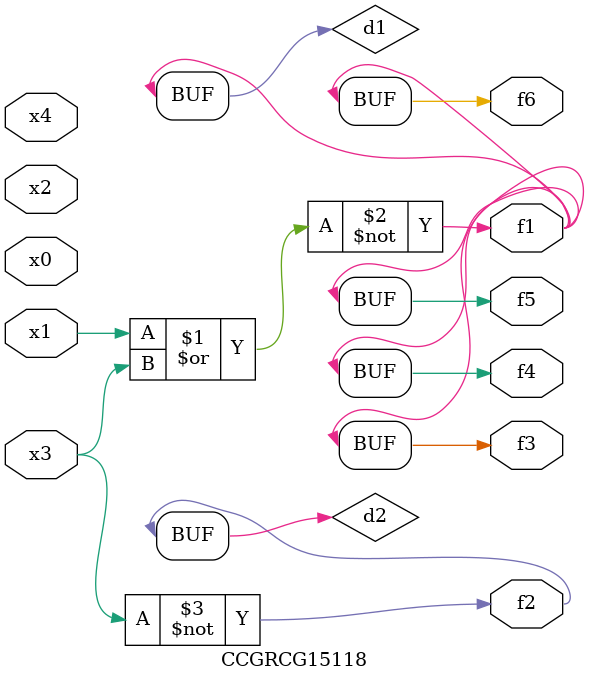
<source format=v>
module CCGRCG15118(
	input x0, x1, x2, x3, x4,
	output f1, f2, f3, f4, f5, f6
);

	wire d1, d2;

	nor (d1, x1, x3);
	not (d2, x3);
	assign f1 = d1;
	assign f2 = d2;
	assign f3 = d1;
	assign f4 = d1;
	assign f5 = d1;
	assign f6 = d1;
endmodule

</source>
